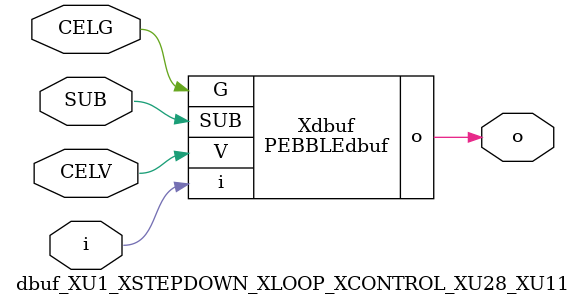
<source format=v>



module PEBBLEdbuf ( o, G, SUB, V, i );

  input V;
  input i;
  input G;
  output o;
  input SUB;
endmodule

//Celera Confidential Do Not Copy dbuf_XU1_XSTEPDOWN_XLOOP_XCONTROL_XU28_XU11
//Celera Confidential Symbol Generator
//Digital Buffer
module dbuf_XU1_XSTEPDOWN_XLOOP_XCONTROL_XU28_XU11 (CELV,CELG,i,o,SUB);
input CELV;
input CELG;
input i;
input SUB;
output o;

//Celera Confidential Do Not Copy dbuf
PEBBLEdbuf Xdbuf(
.V (CELV),
.i (i),
.o (o),
.SUB (SUB),
.G (CELG)
);
//,diesize,PEBBLEdbuf

//Celera Confidential Do Not Copy Module End
//Celera Schematic Generator
endmodule

</source>
